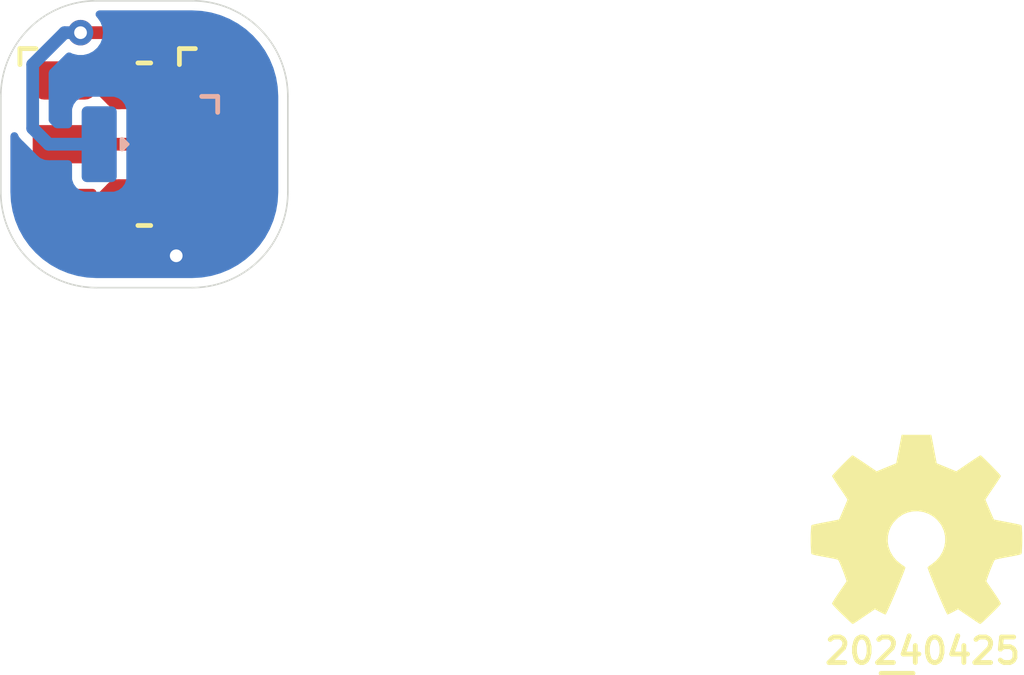
<source format=kicad_pcb>
(kicad_pcb (version 20240108) (generator "pcbnew") (generator_version "8.0")
  (layers (0 "F.Cu" mixed) (31 "B.Cu" mixed) (34 "B.Paste" user) (35 "F.Paste" user) (36 "B.SilkS" user "B.Silkscreen") (37 "F.SilkS" user "F.Silkscreen") (38 "B.Mask" user) (39 "F.Mask" user) (44 "Edge.Cuts" user))
  (net 0 "")
  (net 1 "VDD")
  (net 2 "/Signal")
  (net 3 "VSS")
  (net 4 "Net-(D1-A)")
  (net 5 "/heatsink")
  (footprint "SquantorLabels:Label_Generic" (layer "F.Cu") (at 138.1 91.5)
    (property "Reference" "N1" (hide yes))
    (property "Value" "20240425" (at 0.8 -0.1 0) (layer "F.SilkS") (effects (font (size 0.8 0.8))))
    (fp_line (start -0.5 0.6) (end 0.5 0.6) (stroke (width 0.15)) (layer "F.SilkS"))
  )
  (footprint "Symbol:OSHW-Symbol_6.7x6mm_SilkScreen" (layer "F.Cu") (at 138.7 87.6)
    (property "Reference" "N2" (hide yes))
    (property "Value" "OHWLOGO" (hide yes))
    (fp_poly (pts (xy 0.555814 -2.531069) (xy 0.639635 -2.086445) (xy 0.94892 -1.958947) (xy 1.258206 -1.831449) (xy 1.629246 -2.083754) (xy 1.733157 -2.154004) (xy 1.827087 -2.216728) (xy 1.906652 -2.269062) (xy 1.96747 -2.308143) (xy 2.005157 -2.331107) (xy 2.015421 -2.336058) (xy 2.03391 -2.323324) (xy 2.07342 -2.288118) (xy 2.129522 -2.234938) (xy 2.197787 -2.168282) (xy 2.273786 -2.092646) (xy 2.353092 -2.012528) (xy 2.431275 -1.932426) (xy 2.503907 -1.856836) (xy 2.566559 -1.790255) (xy 2.614803 -1.737182) (xy 2.64421 -1.702113) (xy 2.651241 -1.690377) (xy 2.641123 -1.66874) (xy 2.612759 -1.621338) (xy 2.569129 -1.552807) (xy 2.513218 -1.467785) (xy 2.448006 -1.370907) (xy 2.410219 -1.31565) (xy 2.341343 -1.214752) (xy 2.28014 -1.123701) (xy 2.229578 -1.04703) (xy 2.192628 -0.989272) (xy 2.172258 -0.954957) (xy 2.169197 -0.947746) (xy 2.176136 -0.927252) (xy 2.195051 -0.879487) (xy 2.223087 -0.811168) (xy 2.257391 -0.729011) (xy 2.295109 -0.63973) (xy 2.333387 -0.550042) (xy 2.36937 -0.466662) (xy 2.400206 -0.396306) (xy 2.423039 -0.34569) (xy 2.435017 -0.321529) (xy 2.435724 -0.320578) (xy 2.454531 -0.315964) (xy 2.504618 -0.305672) (xy 2.580793 -0.290713) (xy 2.677865 -0.272099) (xy 2.790643 -0.250841) (xy 2.856442 -0.238582) (xy 2.97695 -0.215638) (xy 3.085797 -0.193805) (xy 3.177476 -0.174278) (xy 3.246481 -0.158252) (xy 3.287304 -0.146921) (xy 3.295511 -0.143326) (xy 3.303548 -0.118994) (xy 3.310033 -0.064041) (xy 3.31497 0.015108) (xy 3.318364 0.112026) (xy 3.320218 0.220287) (xy 3.320538 0.333465) (xy 3.319327 0.445135) (xy 3.31659 0.548868) (xy 3.312331 0.638241) (xy 3.306555 0.706826) (xy 3.299267 0.748197) (xy 3.294895 0.75681) (xy 3.268764 0.767133) (xy 3.213393 0.781892) (xy 3.136107 0.799352) (xy 3.04423 0.81778) (xy 3.012158 0.823741) (xy 2.857524 0.852066) (xy 2.735375 0.874876) (xy 2.641673 0.89308) (xy 2.572384 0.907583) (xy 2.523471 0.919292) (xy 2.490897 0.929115) (xy 2.470628 0.937956) (xy 2.458626 0.946724) (xy 2.456947 0.948457) (xy 2.440184 0.976371) (xy 2.414614 1.030695) (xy 2.382788 1.104777) (xy 2.34726 1.191965) (xy 2.310583 1.285608) (xy 2.275311 1.379052) (xy 2.243996 1.465647) (xy 2.219193 1.53874) (xy 2.203454 1.591678) (xy 2.199332 1.617811) (xy 2.199676 1.618726) (xy 2.213641 1.640086) (xy 2.245322 1.687084) (xy 2.291391 1.754827) (xy 2.348518 1.838423) (xy 2.413373 1.932982) (xy 2.431843 1.959854) (xy 2.497699 2.057275) (xy 2.55565 2.146163) (xy 2.602538 2.221412) (xy 2.635207 2.27792) (xy 2.6505 2.310581) (xy 2.651241 2.314593) (xy 2.638392 2.335684) (xy 2.602888 2.377464) (xy 2.549293 2.435445) (xy 2.482171 2.505135) (xy 2.406087 2.582045) (xy 2.325604 2.661683) (xy 2.245287 2.739561) (xy 2.169699 2.811186) (xy 2.103405 2.87207) (xy 2.050969 2.917721) (xy 2.016955 2.94365) (xy 2.007545 2.947883) (xy 1.985643 2.937912) (xy 1.9408 2.91102) (xy 1.880321 2.871736) (xy 1.833789 2.840117) (xy 1.749475 2.782098) (xy 1.649626 2.713784) (xy 1.549473 2.645579) (xy 1.495627 2.609075) (xy 1.313371 2.4858) (xy 1.160381 2.56852) (xy 1.090682 2.604759) (xy 1.031414 2.632926) (xy 0.991311 2.648991) (xy 0.981103 2.651226) (xy 0.968829 2.634722) (xy 0.944613 2.588082) (xy 0.910263 2.515609) (xy 0.867588 2.421606) (xy 0.818394 2.310374) (xy 0.76449 2.186215) (xy 0.707684 2.053432) (xy 0.649782 1.916327) (xy 0.592593 1.779202) (xy 0.537924 1.646358) (xy 0.487584 1.522098) (xy 0.44338 1.410725) (xy 0.407119 1.316539) (xy 0.380609 1.243844) (xy 0.365658 1.196941) (xy 0.363254 1.180833) (xy 0.382311 1.160286) (xy 0.424036 1.126933) (xy 0.479706 1.087702) (xy 0.484378 1.084599) (xy 0.628264 0.969423) (xy 0.744283 0.835053) (xy 0.83143 0.685784) (xy 0.888699 0.525913) (xy 0.915086 0.359737) (xy 0.909585 0.191552) (xy 0.87119 0.025655) (xy 0.798895 -0.133658) (xy 0.777626 -0.168513) (xy 0.666996 -0.309263) (xy 0.536302 -0.422286) (xy 0.390064 -0.506997) (xy 0.232808 -0.562806) (xy 0.069057 -0.589126) (xy -0.096667 -0.58537) (xy -0.259838 -0.55095) (xy -0.415935 -0.485277) (xy -0.560433 -0.387765) (xy -0.605131 -0.348187) (xy -0.718888 -0.224297) (xy -0.801782 -0.093876) (xy -0.858644 0.052315) (xy -0.890313 0.197088) (xy -0.898131 0.35986) (xy -0.872062 0.52344) (xy -0.814755 0.682298) (xy -0.728856 0.830906) (xy -0.617014 0.963735) (xy -0.481877 1.075256) (xy -0.464117 1.087011) (xy -0.40785 1.125508) (xy -0.365077 1.158863) (xy -0.344628 1.18016) (xy -0.344331 1.180833) (xy -0.348721 1.203871) (xy -0.366124 1.256157) (xy -0.394732 1.33339) (xy -0.432735 1.431268) (xy -0.478326 1.545491) (xy -0.529697 1.671758) (xy -0.585038 1.805767) (xy -0.642542 1.943218) (xy -0.700399 2.079808) (xy -0.756802 2.211237) (xy -0.809942 2.333205) (xy -0.85801 2.441409) (xy -0.899199 2.531549) (xy -0.931699 2.599323) (xy -0.953703 2.64043) (xy -0.962564 2.651226) (xy -0.98964 2.642819) (xy -1.040303 2.620272) (xy -1.105817 2.587613) (xy -1.141841 2.56852) (xy -1.294832 2.4858) (xy -1.477088 2.609075) (xy -1.570125 2.672228) (xy -1.671985 2.741727) (xy -1.767438 2.807165) (xy -1.81525 2.840117) (xy -1.882495 2.885273) (xy -1.939436 2.921057) (xy -1.978646 2.942938) (xy -1.991381 2.947563) (xy -2.009917 2.935085) (xy -2.050941 2.900252) (xy -2.110475 2.846678) (xy -2.184542 2.777983) (xy -2.269165 2.697781) (xy -2.322685 2.646286) (xy -2.416319 2.554286) (xy -2.497241 2.471999) (xy -2.562177 2.402945) (xy -2.607858 2.350644) (xy -2.631011 2.318616) (xy -2.633232 2.312116) (xy -2.622924 2.287394) (xy -2.594439 2.237405) (xy -2.550937 2.167212) (xy -2.495577 2.081875) (xy -2.43152 1.986456) (xy -2.413303 1.959854) (xy -2.346927 1.863167) (xy -2.287378 1.776117) (xy -2.237984 1.703595) (xy -2.202075 1.650493) (xy -2.182981 1.621703) (xy -2.181136 1.618726) (xy -2.183895 1.595782) (xy -2.198538 1.545336) (xy -2.222513 1.474041) (xy -2.253266 1.388547) (xy -2.288244 1.295507) (xy -2.324893 1.201574) (xy -2.360661 1.113399) (xy -2.392994 1.037634) (xy -2.419338 0.980931) (xy -2.437142 0.949943) (xy -2.438407 0.948457) (xy -2.449294 0.939601) (xy -2.467682 0.930843) (xy -2.497606 0.921277) (xy -2.543103 0.909996) (xy -2.608209 0.896093) (xy -2.696961 0.878663) (xy -2.813393 0.856798) (xy -2.961542 0.829591) (xy -2.993618 0.823741) (xy -3.088686 0.805374) (xy -3.171565 0.787405) (xy -3.23493 0.771569) (xy -3.271458 0.7596) (xy -3.276356 0.75681) (xy -3.284427 0.732072) (xy -3.290987 0.67679) (xy -3.296033 0.597389) (xy -3.299559 0.500296) (xy -3.301561 0.391938) (xy -3.302036 0.27874) (xy -3.300977 0.167128) (xy -3.298382 0.063529) (xy -3.294246 -0.025632) (xy -3.288563 -0.093928) (xy -3.281331 -0.134934) (xy -3.276971 -0.143326) (xy -3.252698 -0.151792) (xy -3.197426 -0.165565) (xy -3.116662 -0.18345) (xy -3.015912 -0.204252) (xy -2.900683 -0.226777) (xy -2.837902 -0.238582) (xy -2.718787 -0.260849) (xy -2.612565 -0.281021) (xy -2.524427 -0.298085) (xy -2.459566 -0.311031) (xy -2.423174 -0.318845) (xy -2.417184 -0.320578) (xy -2.407061 -0.34011) (xy -2.385662 -0.387157) (xy -2.355839 -0.454997) (xy -2.320445 -0.536909) (xy -2.282332 -0.626172) (xy -2.244353 -0.716065) (xy -2.20936 -0.799865) (xy -2.180206 -0.870853) (xy -2.159743 -0.922306) (xy -2.150823 -0.947503) (xy -2.150657 -0.948604) (xy -2.160769 -0.968481) (xy -2.189117 -1.014223) (xy -2.232723 -1.081283) (xy -2.288606 -1.165116) (xy -2.353787 -1.261174) (xy -2.391679 -1.31635) (xy -2.460725 -1.417519) (xy -2.52205 -1.50937) (xy -2.572663 -1.587256) (xy -2.609571 -1.646531) (xy -2.629782 -1.682549) (xy -2.632701 -1.690623) (xy -2.620153 -1.709416) (xy -2.585463 -1.749543) (xy -2.533063 -1.806507) (xy -2.467384 -1.875815) (xy -2.392856 -1.952969) (xy -2.313913 -2.033475) (xy -2.234983 -2.112837) (xy -2.1605 -2.18656) (xy -2.094894 -2.250148) (xy -2.042596 -2.299106) (xy -2.008039 -2.328939) (xy -1.996478 -2.336058) (xy -1.977654 -2.326047) (xy -1.932631 -2.297922) (xy -1.865787 -2.254546) (xy -1.781499 -2.198782) (xy -1.684144 -2.133494) (xy -1.610707 -2.083754) (xy -1.239667 -1.831449) (xy -0.621095 -2.086445) (xy -0.537275 -2.531069) (xy -0.453454 -2.975693) (xy 0.471994 -2.975693) (xy 0.555814 -2.531069)) (stroke (width 0.01)) (fill solid) (layer "F.SilkS"))
  )
  (footprint "SquantorResistor:R_0805" (layer "F.Cu") (at 114.5 78.05 -90)
    (property "Reference" "R2" (hide yes))
    (property "Value" "R" (hide yes))
    (fp_line (start 0 -0.2) (end 0 0.2) (stroke (width 0.15)) (layer "F.SilkS"))
    (pad "1" smd roundrect (at -0.95 0 270) (size 0.7 1.3) (layers "F.Cu" "F.Paste" "F.Mask") (roundrect_rratio 0.2) (net 3 "VSS"))
    (pad "2" smd roundrect (at 0.95 0 270) (size 0.7 1.3) (layers "F.Cu" "F.Paste" "F.Mask") (roundrect_rratio 0.2) (net 5 "/heatsink"))
  )
  (footprint "SquantorResistor:R_0805" (layer "F.Cu") (at 114.5 72.95 90)
    (property "Reference" "R1" (hide yes))
    (property "Value" "R" (hide yes))
    (fp_line (start 0 -0.2) (end 0 0.2) (stroke (width 0.15)) (layer "F.SilkS"))
    (pad "1" smd roundrect (at -0.95 0 90) (size 0.7 1.3) (layers "F.Cu" "F.Paste" "F.Mask") (roundrect_rratio 0.2) (net 1 "VDD"))
    (pad "2" smd roundrect (at 0.95 0 90) (size 0.7 1.3) (layers "F.Cu" "F.Paste" "F.Mask") (roundrect_rratio 0.2) (net 4 "Net-(D1-A)"))
  )
  (footprint "SquantorConnectors:pads-0200-1x03-W012-D020" (layer "F.Cu") (at 117 75.5)
    (property "Reference" "J2" (hide yes))
    (property "Value" "Conn_01x03" (hide yes))
    (fp_line (start -1.4 -3) (end -0.9 -3) (stroke (width 0.15)) (layer "F.SilkS"))
    (fp_line (start -1.4 -2.5) (end -1.4 -3) (stroke (width 0.15)) (layer "F.SilkS"))
    (pad "1" smd roundrect (at 0 -2) (size 2 1.2) (layers "F.Cu" "F.Paste" "F.Mask") (roundrect_rratio 0.3) (net 1 "VDD"))
    (pad "2" smd roundrect (at 0 0) (size 2 1.2) (layers "F.Cu" "F.Paste" "F.Mask") (roundrect_rratio 0.1) (net 2 "/Signal"))
    (pad "3" smd roundrect (at 0 2) (size 2 1.2) (layers "F.Cu" "F.Paste" "F.Mask") (roundrect_rratio 0.1) (net 3 "VSS"))
  )
  (footprint "SquantorConnectors:pads-0200-1x03-W012-D020" (layer "F.Cu") (at 112 75.5)
    (property "Reference" "J1" (hide yes))
    (property "Value" "Conn_01x03" (hide yes))
    (fp_line (start -1.4 -3) (end -0.9 -3) (stroke (width 0.15)) (layer "F.SilkS"))
    (fp_line (start -1.4 -2.5) (end -1.4 -3) (stroke (width 0.15)) (layer "F.SilkS"))
    (pad "1" smd roundrect (at 0 -2) (size 2 1.2) (layers "F.Cu" "F.Paste" "F.Mask") (roundrect_rratio 0.3) (net 1 "VDD"))
    (pad "2" smd roundrect (at 0 0) (size 2 1.2) (layers "F.Cu" "F.Paste" "F.Mask") (roundrect_rratio 0.1) (net 2 "/Signal"))
    (pad "3" smd roundrect (at 0 2) (size 2 1.2) (layers "F.Cu" "F.Paste" "F.Mask") (roundrect_rratio 0.1) (net 3 "VSS"))
  )
  (footprint "SquantorDiodes:LED_2835_Hongli" (layer "B.Cu") (at 114.5 75.5 180)
    (property "Reference" "D1" (hide yes))
    (property "Value" "A2835W6H2-D01-8D2AB5" (hide yes))
    (fp_line (start -2.3 1.5) (end -1.8 1.5) (stroke (width 0.15)) (layer "B.SilkS"))
    (fp_line (start -2.3 1.5) (end -2.3 1) (stroke (width 0.15)) (layer "B.SilkS"))
    (fp_poly (pts (xy 0.55 0) (xy 0.7 0.15) (xy 0.7 -0.15)) (stroke (width 0.15)) (fill solid) (layer "B.SilkS"))
    (pad "1" smd roundrect (at -0.8 0) (size 2.33 2.38) (layers "B.Cu" "B.Paste" "B.Mask") (roundrect_rratio 0.1) (net 5 "/heatsink"))
    (pad "2" smd roundrect (at 1.415 0) (size 1.1 2.38) (layers "B.Cu" "B.Paste" "B.Mask") (roundrect_rratio 0.15) (net 4 "Net-(D1-A)"))
  )
  (gr_line (start 116 80) (end 113 80) (stroke (width 0.05)) (layer "Edge.Cuts"))
  (gr_line (start 119 74) (end 119 77) (stroke (width 0.05)) (layer "Edge.Cuts"))
  (gr_line (start 110 77) (end 110 74) (stroke (width 0.05)) (layer "Edge.Cuts"))
  (gr_arc (start 113 80) (mid 110.87868 79.12132) (end 110 77) (stroke (width 0.05)) (layer "Edge.Cuts"))
  (gr_arc (start 110 74) (mid 110.87868 71.87868) (end 113 71) (stroke (width 0.05)) (layer "Edge.Cuts"))
  (gr_arc (start 116 71) (mid 118.12132 71.87868) (end 119 74) (stroke (width 0.05)) (layer "Edge.Cuts"))
  (gr_line (start 113 71) (end 116 71) (stroke (width 0.05)) (layer "Edge.Cuts"))
  (gr_arc (start 119 77) (mid 118.12132 79.12132) (end 116 80) (stroke (width 0.05)) (layer "Edge.Cuts"))
  (segment (start 114.5 73.9) (end 115.3 73.9) (width 1) (layer "F.Cu") (net 1))
  (segment (start 112 73.5) (end 113.3 73.5) (width 1) (layer "F.Cu") (net 1))
  (segment (start 115.7 73.5) (end 117 73.5) (width 1) (layer "F.Cu") (net 1))
  (segment (start 115.3 73.9) (end 115.7 73.5) (width 1) (layer "F.Cu") (net 1))
  (segment (start 113.7 73.9) (end 114.5 73.9) (width 1) (layer "F.Cu") (net 1))
  (segment (start 113.3 73.5) (end 113.7 73.9) (width 1) (layer "F.Cu") (net 1))
  (segment (start 112 75.5) (end 117 75.5) (width 0.4) (layer "F.Cu") (net 2))
  (segment (start 115.7 77.5) (end 117 77.5) (width 1) (layer "F.Cu") (net 3))
  (segment (start 113.3 77.5) (end 113.7 77.1) (width 1) (layer "F.Cu") (net 3))
  (segment (start 115.3 77.1) (end 115.7 77.5) (width 1) (layer "F.Cu") (net 3))
  (segment (start 113.7 77.1) (end 114.5 77.1) (width 1) (layer "F.Cu") (net 3))
  (segment (start 112 77.5) (end 113.3 77.5) (width 1) (layer "F.Cu") (net 3))
  (segment (start 114.5 77.1) (end 115.3 77.1) (width 1) (layer "F.Cu") (net 3))
  (segment (start 114.5 72) (end 112.5 72) (width 0.4) (layer "F.Cu") (net 4))
  (via (at 112.5 72) (size 0.8) (drill 0.4) (layers "F.Cu" "B.Cu") (net 4))
  (segment (start 111 75) (end 111.5 75.5) (width 0.4) (layer "B.Cu") (net 4))
  (segment (start 111 73) (end 111 75) (width 0.4) (layer "B.Cu") (net 4))
  (segment (start 112 72) (end 111 73) (width 0.4) (layer "B.Cu") (net 4))
  (segment (start 111.5 75.5) (end 113.085 75.5) (width 0.4) (layer "B.Cu") (net 4))
  (segment (start 112.5 72) (end 112 72) (width 0.4) (layer "B.Cu") (net 4))
  (segment (start 114.5 79) (end 115.5 79) (width 0.4) (layer "F.Cu") (net 5))
  (via (at 115.5 79) (size 0.8) (drill 0.4) (layers "F.Cu" "B.Cu") (net 5))
  (zone (net 5) (net_name "/heatsink") (layer "B.Cu") (connect_pads yes (clearance 0.3)) (min_thickness 0.25) (fill yes (thermal_gap 0.2) (thermal_bridge_width 0.4))
    (polygon (pts (xy 110 71) (xy 119 71) (xy 119 80) (xy 110 80)))
  )
)
</source>
